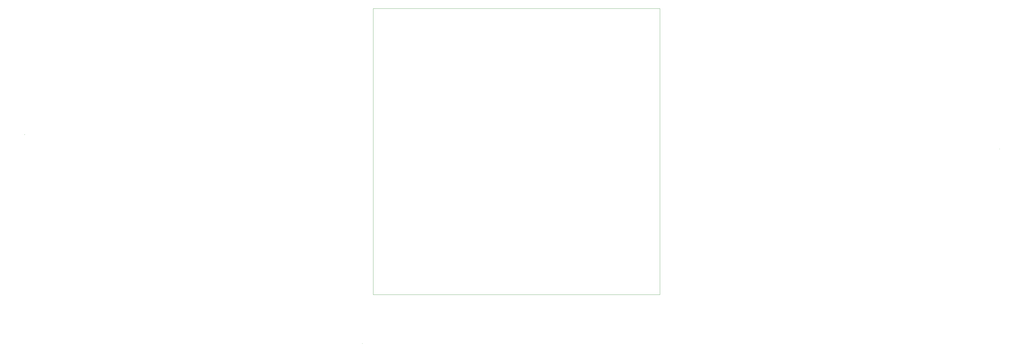
<source format=gm1>
G04 #@! TF.FileFunction,Profile,NP*
%FSLAX46Y46*%
G04 Gerber Fmt 4.6, Leading zero omitted, Abs format (unit mm)*
G04 Created by KiCad (PCBNEW 4.0.6-e0-6349~53~ubuntu16.04.1) date Sat Aug  5 15:09:54 2017*
%MOMM*%
%LPD*%
G01*
G04 APERTURE LIST*
%ADD10C,0.150000*%
%ADD11C,0.100000*%
G04 APERTURE END LIST*
D10*
D11*
X186000000Y-53000000D02*
X86000000Y-53000000D01*
X86000000Y-153000000D02*
X186000000Y-153000000D01*
X86000000Y-153000000D02*
X86000000Y-53000000D01*
X186000000Y-53000000D02*
X186000000Y-153000000D01*
X304450000Y-102050000D02*
X304450000Y-102150000D01*
X82250000Y-170000000D02*
X82250000Y-170100000D01*
X-35550000Y-97000000D02*
X-35550000Y-97100000D01*
M02*

</source>
